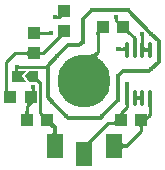
<source format=gtl>
G04*
G04 #@! TF.GenerationSoftware,Altium Limited,Altium Designer,18.1.6 (161)*
G04*
G04 Layer_Physical_Order=1*
G04 Layer_Color=255*
%FSTAX24Y24*%
%MOIN*%
G70*
G01*
G75*
%ADD13R,0.0433X0.0394*%
%ADD14R,0.0295X0.0354*%
%ADD15R,0.0394X0.0433*%
%ADD16O,0.0138X0.0551*%
%ADD17R,0.0551X0.0787*%
%ADD26C,0.0130*%
%ADD27C,0.0100*%
%ADD28C,0.1772*%
%ADD29C,0.0157*%
G36*
X049626Y039658D02*
X049629Y039657D01*
X049632Y039656D01*
X049636Y039656D01*
X049641Y039655D01*
X049653Y039654D01*
X049677Y039654D01*
X049673Y039554D01*
X049664Y039554D01*
X049628Y039552D01*
X049625Y039551D01*
X049623Y03955D01*
X049621Y039549D01*
X049625Y039659D01*
X049626Y039658D01*
D02*
G37*
G36*
X049393Y039013D02*
X049391Y039013D01*
X049389Y039014D01*
X049386Y039015D01*
X049382Y039016D01*
X049372Y039017D01*
X049358Y039017D01*
X049341Y039018D01*
Y039118D01*
X04935Y039118D01*
X049386Y03912D01*
X049389Y039121D01*
X049391Y039122D01*
X049393Y039123D01*
Y039013D01*
D02*
G37*
G36*
X049069Y039158D02*
X049072Y03915D01*
X049077Y039142D01*
X049084Y039136D01*
X049093Y03913D01*
X049104Y039126D01*
X049117Y039122D01*
X049132Y03912D01*
X049149Y039118D01*
X049168Y039118D01*
Y039018D01*
X049149Y039017D01*
X049132Y039016D01*
X049117Y039013D01*
X049104Y03901D01*
X049093Y039005D01*
X049084Y039D01*
X049077Y038993D01*
X049072Y038986D01*
X049069Y038977D01*
X049068Y038968D01*
Y039168D01*
X049069Y039158D01*
D02*
G37*
G36*
X049848Y038937D02*
X049839Y038941D01*
X04983Y038943D01*
X049819Y038943D01*
X049806Y03894D01*
X049793Y038934D01*
X049778Y038925D01*
X049762Y038914D01*
X049745Y0389D01*
X049706Y038865D01*
X049616Y038916D01*
X049637Y038937D01*
X049669Y038975D01*
X049681Y038992D01*
X04969Y039007D01*
X049696Y03902D01*
X049698Y039032D01*
X049698Y039042D01*
X049694Y03905D01*
X049688Y039057D01*
X049848Y038937D01*
D02*
G37*
G36*
X049069Y038489D02*
X049072Y03848D01*
X049077Y038473D01*
X049084Y038466D01*
X049093Y038461D01*
X049104Y038456D01*
X049117Y038453D01*
X049132Y03845D01*
X049149Y038449D01*
X049168Y038448D01*
Y038348D01*
X049149Y038348D01*
X049132Y038346D01*
X049117Y038344D01*
X049104Y03834D01*
X049093Y038336D01*
X049084Y03833D01*
X049077Y038324D01*
X049072Y038316D01*
X049069Y038308D01*
X049068Y038298D01*
Y038498D01*
X049069Y038489D01*
D02*
G37*
G36*
X048678Y038298D02*
X048677Y038308D01*
X048674Y038316D01*
X048669Y038324D01*
X048662Y03833D01*
X048653Y038336D01*
X048641Y03834D01*
X048628Y038344D01*
X048613Y038346D01*
X048596Y038348D01*
X048577Y038348D01*
Y038448D01*
X048596Y038449D01*
X048613Y03845D01*
X048628Y038453D01*
X048641Y038456D01*
X048653Y038461D01*
X048662Y038466D01*
X048669Y038473D01*
X048674Y03848D01*
X048677Y038489D01*
X048678Y038498D01*
Y038298D01*
D02*
G37*
G36*
X048365Y037997D02*
X048367Y037996D01*
X04837Y037995D01*
X048374Y037994D01*
X048384Y037993D01*
X048398Y037993D01*
X048415Y037993D01*
Y037893D01*
X048406Y037892D01*
X04837Y03789D01*
X048367Y037889D01*
X048365Y037888D01*
X048363Y037887D01*
Y037998D01*
X048365Y037997D01*
D02*
G37*
G36*
X049287Y037992D02*
X049264Y037884D01*
X049263Y037886D01*
X04926Y037887D01*
X049257Y037888D01*
X049253Y037889D01*
X049248Y03789D01*
X049243Y037891D01*
X049229Y037892D01*
X049212Y037893D01*
X049241Y037993D01*
X049287Y037992D01*
D02*
G37*
G36*
X048343Y037884D02*
X048344Y037878D01*
X048351Y037877D01*
X048349Y037876D01*
X048348Y037873D01*
X048347Y03787D01*
X048346Y037866D01*
X048345Y037864D01*
X048347Y037852D01*
X048351Y037839D01*
X048355Y037828D01*
X048361Y037819D01*
X048367Y037811D01*
X048373Y037808D01*
X048618D01*
X048483Y037628D01*
X048618Y037448D01*
X048143D01*
Y037808D01*
X048212D01*
X048218Y037811D01*
X048225Y037819D01*
X04823Y037828D01*
X048235Y037839D01*
X048238Y037852D01*
X048241Y037867D01*
X048242Y037884D01*
X048243Y037904D01*
X048343D01*
X048343Y037884D01*
D02*
G37*
G36*
X049023Y037566D02*
X049031Y037551D01*
X049042Y037536D01*
X049055Y037519D01*
X049071Y0375D01*
X04909Y037481D01*
X049049Y037381D01*
X049027Y037402D01*
X048988Y037435D01*
X048971Y037447D01*
X048971Y037448D01*
X048698Y037448D01*
X048563Y037628D01*
X048698Y037808D01*
X049023D01*
Y037566D01*
D02*
G37*
G36*
X048912Y037226D02*
X048912Y037224D01*
X048911Y03722D01*
X04891Y037217D01*
X048909Y037206D01*
X048909Y037204D01*
X04891Y037189D01*
X048913Y037174D01*
X048916Y037161D01*
X048921Y037149D01*
X048926Y03714D01*
X048933Y037133D01*
X04894Y037128D01*
X048949Y037125D01*
X048958Y037124D01*
X048758D01*
X048768Y037125D01*
X048776Y037128D01*
X048784Y037133D01*
X04879Y03714D01*
X048796Y037149D01*
X0488Y037161D01*
X048804Y037174D01*
X048806Y037189D01*
X048807Y037199D01*
X048806Y03722D01*
X048805Y037224D01*
X048804Y037226D01*
X048803Y037227D01*
X048913D01*
X048912Y037226D01*
D02*
G37*
G36*
X048003Y037206D02*
X048005Y037189D01*
X048007Y037174D01*
X048011Y037161D01*
X048015Y03715D01*
X048021Y03714D01*
X048027Y037133D01*
X048035Y037128D01*
X048043Y037125D01*
X048053Y037124D01*
X047878Y037125D01*
X047883Y037126D01*
X047887Y037129D01*
X047891Y037134D01*
X047894Y037141D01*
X047897Y03715D01*
X047899Y037161D01*
X047901Y037174D01*
X047903Y037206D01*
X047903Y037225D01*
X048003D01*
X048003Y037206D01*
D02*
G37*
G36*
X048869Y036733D02*
X048855Y036731D01*
X048841Y036728D01*
X048827Y036723D01*
X048813Y036716D01*
X048798Y036709D01*
X048784Y036699D01*
X04877Y036689D01*
X048756Y036677D01*
X048742Y036663D01*
X048609Y036672D01*
X04862Y036684D01*
X048629Y036694D01*
X048634Y036704D01*
X048638Y036712D01*
X048638Y036718D01*
X048636Y036724D01*
X048631Y036728D01*
X048623Y036732D01*
X048613Y036733D01*
X0486Y036734D01*
X048883D01*
X048869Y036733D01*
D02*
G37*
G36*
X048695Y036461D02*
X048696Y036444D01*
X048699Y036429D01*
X048702Y036416D01*
X048707Y036405D01*
X048712Y036396D01*
X048719Y036389D01*
X048726Y036383D01*
X048735Y03638D01*
X048744Y036379D01*
X048544D01*
X048554Y03638D01*
X048562Y036383D01*
X04857Y036389D01*
X048576Y036396D01*
X048582Y036405D01*
X048586Y036416D01*
X04859Y036429D01*
X048592Y036444D01*
X048594Y036461D01*
X048594Y036481D01*
X048694D01*
X048695Y036461D01*
D02*
G37*
G36*
X049527Y036082D02*
X049528Y036077D01*
X049531Y036071D01*
X049536Y036063D01*
X049543Y036053D01*
X049564Y036028D01*
X049613Y035978D01*
X049509Y035897D01*
X04949Y035917D01*
X049419Y035979D01*
X04941Y035985D01*
X049403Y035989D01*
X049398Y03599D01*
X049394Y035989D01*
X049529Y036085D01*
X049527Y036082D01*
D02*
G37*
G36*
X049633Y035813D02*
X049635Y03579D01*
X049638Y035771D01*
X049642Y035753D01*
X049648Y035739D01*
X049655Y035727D01*
X049664Y035718D01*
X049674Y035712D01*
X049685Y035708D01*
X049697Y035706D01*
X049437D01*
X049449Y035708D01*
X04946Y035712D01*
X04947Y035718D01*
X049479Y035727D01*
X049486Y035739D01*
X049492Y035753D01*
X049496Y035771D01*
X049499Y03579D01*
X049501Y035813D01*
X049502Y035837D01*
X049632D01*
X049633Y035813D01*
D02*
G37*
G36*
X050849Y035503D02*
X050844Y035498D01*
X05084Y035492D01*
X050837Y035486D01*
X050834Y03548D01*
X050831Y035473D01*
X050829Y035466D01*
X050828Y035458D01*
X050827Y03545D01*
X050826Y035441D01*
X050826Y035432D01*
X050566Y035431D01*
X05058Y035431D01*
X050594Y035434D01*
X050608Y035437D01*
X050622Y035442D01*
X050636Y035449D01*
X05065Y035457D01*
X050665Y035466D01*
X050679Y035477D01*
X050693Y035489D01*
X050707Y035503D01*
X050849D01*
D02*
G37*
G36*
X051473Y036114D02*
X051492Y036114D01*
X05151Y036116D01*
X051525Y036118D01*
X051538Y036122D01*
X051549Y036126D01*
X051558Y036132D01*
X051565Y036138D01*
X05157Y036146D01*
X051573Y036154D01*
X051575Y036164D01*
X051573Y035985D01*
X051572Y03599D01*
X051569Y035995D01*
X051564Y036D01*
X051557Y036003D01*
X051548Y036006D01*
X051537Y036009D01*
X051524Y036011D01*
X051509Y036012D01*
X051473Y036014D01*
Y036114D01*
D02*
G37*
G36*
X05193Y035265D02*
X05191Y035264D01*
X051893Y035263D01*
X051878Y03526D01*
X051865Y035257D01*
X051854Y035252D01*
X051845Y035247D01*
X051837Y03524D01*
X051832Y035233D01*
X051829Y035224D01*
X051828Y035215D01*
Y035415D01*
X051829Y035405D01*
X051832Y035397D01*
X051837Y035389D01*
X051845Y035383D01*
X051854Y035377D01*
X051865Y035373D01*
X051878Y035369D01*
X051893Y035367D01*
X05191Y035365D01*
X05193Y035365D01*
Y035265D01*
D02*
G37*
G36*
X052028Y037263D02*
X052028Y037244D01*
X052033Y037172D01*
X052035Y037162D01*
X052037Y037154D01*
X052039Y037147D01*
X052042Y037143D01*
X051915D01*
X051917Y037147D01*
X05192Y037154D01*
X051922Y037162D01*
X051923Y037172D01*
X051926Y037196D01*
X051928Y037226D01*
X051928Y037263D01*
X052028D01*
D02*
G37*
G36*
X051928Y037283D02*
X051926Y037333D01*
X052036Y037319D01*
X052034Y037318D01*
X052033Y037315D01*
X052032Y037312D01*
X052031Y037308D01*
X05203Y037303D01*
X052029Y037291D01*
X052028Y037276D01*
X052028Y037267D01*
X051928Y037283D01*
D02*
G37*
G36*
X052408Y035885D02*
X052407Y035904D01*
X052406Y035921D01*
X052403Y035937D01*
X0524Y03595D01*
X052395Y035961D01*
X05239Y03597D01*
X052383Y035977D01*
X052376Y035982D01*
X052367Y035985D01*
X052358Y035986D01*
X052558D01*
X052548Y035985D01*
X05254Y035982D01*
X052532Y035977D01*
X052526Y03597D01*
X05252Y035961D01*
X052516Y03595D01*
X052512Y035937D01*
X05251Y035921D01*
X052508Y035904D01*
X052508Y035885D01*
X052408D01*
D02*
G37*
G36*
X052744Y036278D02*
X05273Y036264D01*
X052718Y03625D01*
X052707Y036236D01*
X052698Y036221D01*
X05269Y036207D01*
X052684Y036193D01*
X052679Y036179D01*
X052675Y036165D01*
X052673Y036151D01*
X052672Y036137D01*
X052673Y036376D01*
X052679Y036376D01*
X052688Y036377D01*
X052692Y036378D01*
X052696Y036379D01*
X0527Y03638D01*
X052703Y036381D01*
X052706Y036383D01*
X052708Y036385D01*
X052711Y036386D01*
X052744Y036278D01*
D02*
G37*
G36*
X052696Y036556D02*
X052696Y036575D01*
X052691Y036647D01*
X052689Y036657D01*
X052687Y036665D01*
X052685Y036671D01*
X052682Y036676D01*
X05281D01*
X052807Y036671D01*
X052805Y036665D01*
X052803Y036657D01*
X052801Y036647D01*
X052798Y036623D01*
X052797Y036593D01*
X052796Y036556D01*
X052696D01*
D02*
G37*
G36*
X052422Y036809D02*
X052421Y036819D01*
X052418Y036827D01*
X052413Y036835D01*
X052406Y036841D01*
X052397Y036847D01*
X052386Y036851D01*
X052373Y036855D01*
X052362Y036857D01*
X052352Y036855D01*
X052339Y036851D01*
X052327Y036847D01*
X052318Y036841D01*
X052311Y036835D01*
X052306Y036827D01*
X052303Y036819D01*
X052302Y036809D01*
Y037009D01*
X052303Y037D01*
X052306Y036991D01*
X052311Y036984D01*
X052318Y036977D01*
X052327Y036972D01*
X052339Y036967D01*
X052352Y036964D01*
X052362Y036962D01*
X052373Y036964D01*
X052386Y036967D01*
X052397Y036972D01*
X052406Y036977D01*
X052413Y036984D01*
X052418Y036991D01*
X052421Y037D01*
X052422Y037009D01*
Y036809D01*
D02*
G37*
G36*
X051042Y038412D02*
X051022Y038389D01*
X051006Y038366D01*
X050996Y038344D01*
X050992Y038321D01*
X050992Y038299D01*
X050998Y038277D01*
X051009Y038255D01*
X051026Y038233D01*
X051047Y038211D01*
X051074Y03819D01*
X050628Y038356D01*
X050667Y038354D01*
X050705Y038355D01*
X050742Y03836D01*
X050778Y038368D01*
X050813Y038379D01*
X050847Y038393D01*
X05088Y038411D01*
X050911Y038432D01*
X050942Y038456D01*
X050971Y038483D01*
X051042Y038412D01*
D02*
G37*
G36*
X050957Y038996D02*
X050957Y039015D01*
X050952Y039092D01*
X05095Y039095D01*
X050949Y039096D01*
X051107D01*
X051097Y039095D01*
X051089Y039092D01*
X051081Y039087D01*
X051075Y03908D01*
X051069Y039071D01*
X051065Y03906D01*
X051061Y039047D01*
X051059Y039032D01*
X051057Y039015D01*
X051057Y038996D01*
X050957D01*
D02*
G37*
G36*
X051781Y038493D02*
X051772Y038493D01*
X051736Y038491D01*
X051733Y03849D01*
X051731Y038489D01*
X051729Y038488D01*
Y038598D01*
X051731Y038597D01*
X051733Y038597D01*
X051736Y038596D01*
X05174Y038595D01*
X051751Y038594D01*
X051764Y038594D01*
X051781Y038593D01*
Y038493D01*
D02*
G37*
G36*
X051809Y038593D02*
X051829Y038594D01*
X051846Y038595D01*
X051861Y038598D01*
X051874Y038601D01*
X051885Y038606D01*
X051894Y038611D01*
X051901Y038618D01*
X051906Y038625D01*
X05191Y038634D01*
X051911Y038643D01*
Y038443D01*
X05191Y038453D01*
X051906Y038461D01*
X051901Y038469D01*
X051894Y038475D01*
X051885Y038481D01*
X051874Y038485D01*
X051861Y038489D01*
X051846Y038491D01*
X051829Y038493D01*
X051809Y038493D01*
Y038593D01*
D02*
G37*
G36*
X052045Y039026D02*
X052025Y039045D01*
X051989Y039076D01*
X051972Y039087D01*
X051958Y039096D01*
X051944Y039102D01*
X051932Y039104D01*
X051921Y039104D01*
X051912Y039102D01*
X051904Y039096D01*
X052049Y039234D01*
X052043Y039227D01*
X05204Y039218D01*
X05204Y039207D01*
X052043Y039195D01*
X052048Y039182D01*
X052057Y039167D01*
X052068Y039151D01*
X052082Y039133D01*
X052119Y039093D01*
X052045Y039026D01*
D02*
G37*
G36*
X052544Y03898D02*
X052543Y038978D01*
X052543Y038975D01*
X052542Y038971D01*
X052541Y038961D01*
X05254Y038947D01*
X05254Y03893D01*
X05244D01*
X05244Y038939D01*
X052438Y038975D01*
X052437Y038978D01*
X052436Y03898D01*
X052435Y038982D01*
X052545D01*
X052544Y03898D01*
D02*
G37*
G36*
X05254Y038858D02*
X052545Y038786D01*
X052547Y038776D01*
X052549Y038768D01*
X052551Y038762D01*
X052554Y038757D01*
X052426D01*
X052429Y038762D01*
X052431Y038768D01*
X052433Y038776D01*
X052435Y038786D01*
X052438Y03881D01*
X05244Y038841D01*
X05244Y038877D01*
X05254D01*
X05254Y038858D01*
D02*
G37*
G36*
X052284D02*
X052289Y038786D01*
X052291Y038776D01*
X052293Y038768D01*
X052295Y038762D01*
X052298Y038757D01*
X05217D01*
X052173Y038762D01*
X052175Y038768D01*
X052178Y038776D01*
X052179Y038786D01*
X052182Y03881D01*
X052184Y038841D01*
X052184Y038877D01*
X052284D01*
X052284Y038858D01*
D02*
G37*
G36*
X052678Y038424D02*
X052677Y038433D01*
X052674Y038442D01*
X052669Y038449D01*
X052662Y038456D01*
X052653Y038461D01*
X052642Y038466D01*
X052629Y038469D01*
X052618Y038471D01*
X052608Y038469D01*
X052594Y038466D01*
X052583Y038461D01*
X052574Y038456D01*
X052567Y038449D01*
X052562Y038442D01*
X052559Y038433D01*
X052558Y038424D01*
Y038624D01*
X052559Y038614D01*
X052562Y038606D01*
X052567Y038598D01*
X052574Y038592D01*
X052583Y038586D01*
X052594Y038582D01*
X052608Y038578D01*
X052618Y038576D01*
X052629Y038578D01*
X052642Y038582D01*
X052653Y038586D01*
X052662Y038592D01*
X052669Y038598D01*
X052674Y038606D01*
X052677Y038614D01*
X052678Y038624D01*
Y038424D01*
D02*
G37*
D13*
X049314Y036185D02*
D03*
X048644Y036185D02*
D03*
X048763Y03693D02*
D03*
X048093Y03693D02*
D03*
X051833Y039292D02*
D03*
X051164Y039292D02*
D03*
X051789Y036181D02*
D03*
X052458Y036181D02*
D03*
D14*
X048293Y037628D02*
D03*
X048873D02*
D03*
D15*
X048872Y039077D02*
D03*
X048872Y038408D02*
D03*
X049882Y039151D02*
D03*
X049882Y03982D02*
D03*
D16*
X052746Y038524D02*
D03*
X05249D02*
D03*
X052234D02*
D03*
X051978D02*
D03*
X052746Y036909D02*
D03*
X05249D02*
D03*
X052234D02*
D03*
X051978D02*
D03*
D17*
X050551Y035039D02*
D03*
X049567Y035315D02*
D03*
X051555D02*
D03*
D26*
X05Y038661D02*
X050066D01*
X049646Y038307D02*
X05Y038661D01*
X049331Y037992D02*
X049646Y038307D01*
X049331Y037926D02*
Y037992D01*
X050066Y038661D02*
X050394D01*
X049488Y036772D02*
X05Y03626D01*
X050394Y038661D02*
X050512Y03878D01*
Y039528D01*
X050827Y039843D01*
X051339D01*
X051142Y036299D02*
X051693Y03685D01*
X051102Y03626D02*
X051142Y036299D01*
X050551Y03626D02*
X051102D01*
X05D02*
X050551D01*
X049331Y036929D02*
X049488Y036772D01*
X049331Y036929D02*
Y037428D01*
Y037926D01*
X051339Y039843D02*
X052008D01*
X052795Y039055D01*
X053032Y038819D01*
Y038504D02*
Y038819D01*
Y038125D02*
Y038504D01*
X052795Y037889D02*
X053032Y038125D01*
X052702Y037795D02*
X052795Y037889D01*
X052362Y037795D02*
X052702D01*
X05185D02*
X052362D01*
X051693Y037638D02*
X05185Y037795D01*
X051693Y03685D02*
Y037638D01*
X049314Y036185D02*
X049387Y036258D01*
X049567Y035315D02*
Y035932D01*
X049314Y036185D02*
X049567Y035932D01*
D27*
X049169Y038398D02*
X049961Y03919D01*
X048241Y038398D02*
X049169D01*
X047953Y037122D02*
X048119Y036956D01*
X04957Y039604D02*
X049705D01*
X049567Y039606D02*
X04957Y039604D01*
X048858Y03685D02*
Y037283D01*
X048644Y036637D02*
X048858Y03685D01*
X048966Y039068D02*
X049449D01*
X051676Y039292D02*
X05185D01*
X049705Y039604D02*
X049961Y03986D01*
X051676Y039292D02*
X051743Y039359D01*
X051604Y039498D02*
X051743Y039359D01*
X051604Y039498D02*
Y039616D01*
X052234Y038524D02*
Y038907D01*
X05185Y039292D02*
X052234Y038907D01*
X049314Y037943D02*
X049331Y037926D01*
X048307Y037943D02*
X049314D01*
X051339Y036064D02*
X051789D01*
X050551Y035276D02*
X051339Y036064D01*
X050551Y035039D02*
Y035276D01*
X048644Y036185D02*
Y036637D01*
Y036064D02*
Y036185D01*
X048873Y037628D02*
X049094Y037406D01*
Y036404D02*
Y037406D01*
Y036404D02*
X049314Y036185D01*
X051789Y036064D02*
Y036181D01*
Y036405D01*
X052458Y036063D02*
X052746Y036351D01*
X051555Y035236D02*
X051634Y035315D01*
X052458Y035814D02*
Y036063D01*
X051959Y035315D02*
X052458Y035814D01*
X051634Y035315D02*
X051959D01*
X051978Y036594D02*
Y036909D01*
X051789Y036405D02*
X051978Y036594D01*
X047953Y037122D02*
Y03811D01*
X048241Y038398D01*
X048293Y037928D02*
X048307Y037943D01*
X048293Y037628D02*
Y037928D01*
X051007Y038448D02*
Y039292D01*
X050709Y03815D02*
X051007Y038448D01*
X050709Y037628D02*
Y03815D01*
X05249Y038524D02*
X052746D01*
X05249D02*
Y039038D01*
X050554Y037473D02*
X050709Y037628D01*
X051959Y038543D02*
X051978Y038524D01*
X051673Y038543D02*
X051959D01*
X051978Y037372D02*
X051988Y037382D01*
X051978Y036909D02*
Y037372D01*
X052234Y036909D02*
X05249D01*
X052746Y036351D02*
Y036909D01*
D28*
X050554Y037473D02*
D03*
D29*
X050066Y038661D02*
D03*
X050512Y03878D02*
D03*
X049567Y039606D02*
D03*
X049449Y039068D02*
D03*
X050827Y039843D02*
D03*
X049488Y036772D02*
D03*
X053032Y038504D02*
D03*
X049331Y037428D02*
D03*
Y037926D02*
D03*
X049646Y038307D02*
D03*
X051339Y039843D02*
D03*
X052008D02*
D03*
X052795Y039055D02*
D03*
Y037889D02*
D03*
X052362Y037795D02*
D03*
X051693Y037638D02*
D03*
Y03685D02*
D03*
X051142Y036299D02*
D03*
X050551Y03626D02*
D03*
X049961Y036299D02*
D03*
X048858Y037283D02*
D03*
X048307Y037943D02*
D03*
X05249Y039038D02*
D03*
X051604Y039616D02*
D03*
X051673Y038543D02*
D03*
X051988Y037382D02*
D03*
M02*

</source>
